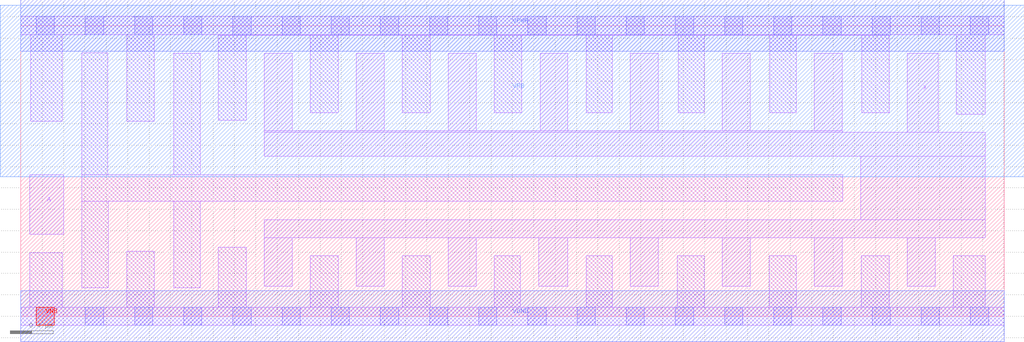
<source format=lef>
# Copyright 2020 The SkyWater PDK Authors
#
# Licensed under the Apache License, Version 2.0 (the "License");
# you may not use this file except in compliance with the License.
# You may obtain a copy of the License at
#
#     https://www.apache.org/licenses/LICENSE-2.0
#
# Unless required by applicable law or agreed to in writing, software
# distributed under the License is distributed on an "AS IS" BASIS,
# WITHOUT WARRANTIES OR CONDITIONS OF ANY KIND, either express or implied.
# See the License for the specific language governing permissions and
# limitations under the License.
#
# SPDX-License-Identifier: Apache-2.0

VERSION 5.7 ;
  NOWIREEXTENSIONATPIN ON ;
  DIVIDERCHAR "/" ;
  BUSBITCHARS "[]" ;
MACRO sky130_fd_sc_hd__clkbuf_16
  CLASS CORE ;
  FOREIGN sky130_fd_sc_hd__clkbuf_16 ;
  ORIGIN  0.000000  0.000000 ;
  SIZE  9.200000 BY  2.720000 ;
  SYMMETRY X Y R90 ;
  SITE unithd ;
  PIN A
    ANTENNAGATEAREA  0.852000 ;
    DIRECTION INPUT ;
    USE SIGNAL ;
    PORT
      LAYER li1 ;
        RECT 0.085000 0.765000 0.400000 1.325000 ;
    END
  END A
  PIN VNB
    PORT
      LAYER pwell ;
        RECT 0.145000 -0.085000 0.315000 0.085000 ;
    END
  END VNB
  PIN VPB
    PORT
      LAYER nwell ;
        RECT -0.190000 1.305000 9.390000 2.910000 ;
    END
  END VPB
  PIN X
    ANTENNADIFFAREA  3.180800 ;
    DIRECTION OUTPUT ;
    USE SIGNAL ;
    PORT
      LAYER li1 ;
        RECT 2.280000 0.280000 2.540000 0.735000 ;
        RECT 2.280000 0.735000 9.025000 0.905000 ;
        RECT 2.280000 1.495000 9.025000 1.720000 ;
        RECT 2.280000 1.720000 7.685000 1.735000 ;
        RECT 2.280000 1.735000 2.540000 2.460000 ;
        RECT 3.140000 0.280000 3.400000 0.735000 ;
        RECT 3.140000 1.735000 3.400000 2.460000 ;
        RECT 4.000000 0.280000 4.260000 0.735000 ;
        RECT 4.000000 1.735000 4.260000 2.460000 ;
        RECT 4.845000 0.280000 5.120000 0.735000 ;
        RECT 4.860000 1.735000 5.120000 2.460000 ;
        RECT 5.705000 0.280000 5.965000 0.735000 ;
        RECT 5.705000 1.735000 5.965000 2.460000 ;
        RECT 6.565000 0.280000 6.825000 0.735000 ;
        RECT 6.565000 1.735000 6.825000 2.460000 ;
        RECT 7.425000 0.280000 7.685000 0.735000 ;
        RECT 7.425000 1.735000 7.685000 2.460000 ;
        RECT 7.860000 0.905000 9.025000 1.495000 ;
        RECT 8.295000 0.280000 8.555000 0.735000 ;
        RECT 8.295000 1.720000 8.585000 2.460000 ;
    END
  END X
  PIN VGND
    DIRECTION INOUT ;
    SHAPE ABUTMENT ;
    USE GROUND ;
    PORT
      LAYER met1 ;
        RECT 0.000000 -0.240000 9.200000 0.240000 ;
    END
  END VGND
  PIN VPWR
    DIRECTION INOUT ;
    SHAPE ABUTMENT ;
    USE POWER ;
    PORT
      LAYER met1 ;
        RECT 0.000000 2.480000 9.200000 2.960000 ;
    END
  END VPWR
  OBS
    LAYER li1 ;
      RECT 0.000000 -0.085000 9.200000 0.085000 ;
      RECT 0.000000  2.635000 9.200000 2.805000 ;
      RECT 0.085000  0.085000 0.390000 0.595000 ;
      RECT 0.095000  1.825000 0.390000 2.635000 ;
      RECT 0.570000  0.265000 0.820000 1.075000 ;
      RECT 0.570000  1.075000 7.690000 1.325000 ;
      RECT 0.570000  1.325000 0.815000 2.465000 ;
      RECT 0.990000  0.085000 1.250000 0.610000 ;
      RECT 0.990000  1.825000 1.250000 2.635000 ;
      RECT 1.430000  0.265000 1.680000 1.075000 ;
      RECT 1.430000  1.325000 1.680000 2.460000 ;
      RECT 1.850000  0.085000 2.110000 0.645000 ;
      RECT 1.850000  1.835000 2.110000 2.630000 ;
      RECT 1.850000  2.630000 8.125000 2.635000 ;
      RECT 2.710000  0.085000 2.970000 0.565000 ;
      RECT 2.710000  1.905000 2.970000 2.630000 ;
      RECT 3.570000  0.085000 3.830000 0.565000 ;
      RECT 3.570000  1.905000 3.830000 2.630000 ;
      RECT 4.430000  0.085000 4.675000 0.565000 ;
      RECT 4.430000  1.905000 4.690000 2.630000 ;
      RECT 5.290000  0.085000 5.535000 0.565000 ;
      RECT 5.290000  1.905000 5.535000 2.630000 ;
      RECT 6.145000  0.085000 6.395000 0.565000 ;
      RECT 6.150000  1.905000 6.395000 2.630000 ;
      RECT 7.005000  0.085000 7.255000 0.565000 ;
      RECT 7.010000  1.905000 7.255000 2.630000 ;
      RECT 7.865000  0.085000 8.125000 0.565000 ;
      RECT 7.870000  1.905000 8.125000 2.630000 ;
      RECT 8.725000  0.085000 9.025000 0.565000 ;
      RECT 8.755000  1.890000 9.025000 2.635000 ;
    LAYER mcon ;
      RECT 0.145000 -0.085000 0.315000 0.085000 ;
      RECT 0.145000  2.635000 0.315000 2.805000 ;
      RECT 0.605000 -0.085000 0.775000 0.085000 ;
      RECT 0.605000  2.635000 0.775000 2.805000 ;
      RECT 1.065000 -0.085000 1.235000 0.085000 ;
      RECT 1.065000  2.635000 1.235000 2.805000 ;
      RECT 1.525000 -0.085000 1.695000 0.085000 ;
      RECT 1.525000  2.635000 1.695000 2.805000 ;
      RECT 1.985000 -0.085000 2.155000 0.085000 ;
      RECT 1.985000  2.635000 2.155000 2.805000 ;
      RECT 2.445000 -0.085000 2.615000 0.085000 ;
      RECT 2.445000  2.635000 2.615000 2.805000 ;
      RECT 2.905000 -0.085000 3.075000 0.085000 ;
      RECT 2.905000  2.635000 3.075000 2.805000 ;
      RECT 3.365000 -0.085000 3.535000 0.085000 ;
      RECT 3.365000  2.635000 3.535000 2.805000 ;
      RECT 3.825000 -0.085000 3.995000 0.085000 ;
      RECT 3.825000  2.635000 3.995000 2.805000 ;
      RECT 4.285000 -0.085000 4.455000 0.085000 ;
      RECT 4.285000  2.635000 4.455000 2.805000 ;
      RECT 4.745000 -0.085000 4.915000 0.085000 ;
      RECT 4.745000  2.635000 4.915000 2.805000 ;
      RECT 5.205000 -0.085000 5.375000 0.085000 ;
      RECT 5.205000  2.635000 5.375000 2.805000 ;
      RECT 5.665000 -0.085000 5.835000 0.085000 ;
      RECT 5.665000  2.635000 5.835000 2.805000 ;
      RECT 6.125000 -0.085000 6.295000 0.085000 ;
      RECT 6.125000  2.635000 6.295000 2.805000 ;
      RECT 6.585000 -0.085000 6.755000 0.085000 ;
      RECT 6.585000  2.635000 6.755000 2.805000 ;
      RECT 7.045000 -0.085000 7.215000 0.085000 ;
      RECT 7.045000  2.635000 7.215000 2.805000 ;
      RECT 7.505000 -0.085000 7.675000 0.085000 ;
      RECT 7.505000  2.635000 7.675000 2.805000 ;
      RECT 7.965000 -0.085000 8.135000 0.085000 ;
      RECT 7.965000  2.635000 8.135000 2.805000 ;
      RECT 8.425000 -0.085000 8.595000 0.085000 ;
      RECT 8.425000  2.635000 8.595000 2.805000 ;
      RECT 8.885000 -0.085000 9.055000 0.085000 ;
      RECT 8.885000  2.635000 9.055000 2.805000 ;
  END
END sky130_fd_sc_hd__clkbuf_16
END LIBRARY

</source>
